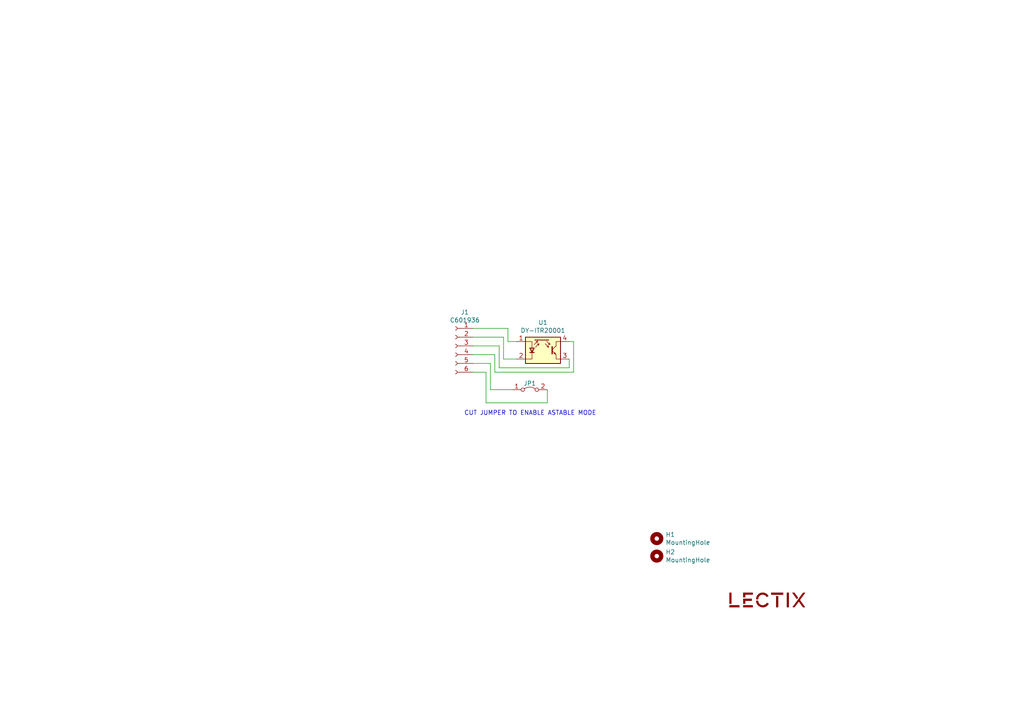
<source format=kicad_sch>
(kicad_sch (version 20211123) (generator eeschema)
  (paper "A4")
  (title_block (title "LEC009212 - capteur IR coudé") (date "2023-04-24") (rev "1.0") (company "LECTIX"))
  (lib_symbols
    (symbol "0_logos:logo_lectix_25mm" (pin_names (offset 1.016))
      (symbol "logo_lectix_25mm_0_0"
        (polyline (pts (xy -10.1092 2.0574) (xy -10.668 2.0574) (xy -10.668 -1.1176) (xy -10.1092 -1.1176) (xy -10.1092 2.0574)) (stroke (width 0.0254)) (fill (type outline)))
        (polyline (pts (xy -7.7978 -1.5748) (xy -10.668 -1.5748) (xy -10.668 -2.1336) (xy -7.7978 -2.1336) (xy -7.7978 -1.5748)) (stroke (width 0.0254)) (fill (type outline)))
        (polyline (pts (xy -3.937 -1.5748) (xy -6.6548 -1.5748) (xy -6.6548 -2.1336) (xy -3.937 -2.1336) (xy -3.937 -1.5748)) (stroke (width 0.0254)) (fill (type outline)))
        (polyline (pts (xy 3.429 1.0922) (xy 2.8702 1.0922) (xy 2.8702 -2.1082) (xy 3.429 -2.1082) (xy 3.429 1.0922)) (stroke (width 0.0254)) (fill (type outline)))
        (polyline (pts (xy 4.8768 2.0828) (xy 1.4478 2.0828) (xy 1.4478 1.524) (xy 4.8768 1.524) (xy 4.8768 2.0828)) (stroke (width 0.0254)) (fill (type outline)))
        (polyline (pts (xy 6.5278 2.0828) (xy 5.9944 2.0828) (xy 5.9944 -2.1082) (xy 6.5278 -2.1082) (xy 6.5278 2.0828)) (stroke (width 0.0254)) (fill (type outline)))
        (polyline (pts (xy -6.1214 -0.254) (xy -4.2164 -0.254) (xy -4.2164 0.3048) (xy -6.6548 0.3048) (xy -6.6548 -1.1176) (xy -6.1214 -1.1176) (xy -6.1214 -0.254)) (stroke (width 0.0254)) (fill (type outline)))
        (polyline (pts (xy -6.1214 1.5494) (xy -3.937 1.5494) (xy -3.937 2.0828) (xy -6.6802 2.0828) (xy -6.6802 0.762) (xy -6.1214 0.762) (xy -6.1214 1.5494)) (stroke (width 0.0254)) (fill (type outline)))
        (polyline (pts (xy 8.9916 0.381) (xy 9.017 0.4318) (xy 9.0424 0.4572) (xy 9.0678 0.508) (xy 9.0932 0.5334) (xy 9.1186 0.5842) (xy 9.144 0.6096) (xy 9.144 0.635) (xy 9.1694 0.635) (xy 9.1694 0.6604) (xy 9.1186 0.7112) (xy 9.0678 0.8128) (xy 9.017 0.8636) (xy 8.9916 0.9144) (xy 8.9408 0.9906) (xy 8.89 1.0414) (xy 8.8392 1.1176) (xy 8.763 1.1938) (xy 8.7122 1.2954) (xy 8.6614 1.3716) (xy 8.128 2.0828) (xy 7.5692 2.0828) (xy 7.5692 2.0574) (xy 7.5946 2.0574) (xy 7.5946 2.032) (xy 7.6454 1.9812) (xy 7.6708 1.9304) (xy 7.7216 1.8796) (xy 7.747 1.8034) (xy 7.7978 1.7526) (xy 7.8994 1.6002) (xy 7.9756 1.524) (xy 8.0264 1.4478) (xy 8.1026 1.3462) (xy 8.1534 1.2446) (xy 8.2296 1.1684) (xy 8.255 1.1176) (xy 8.3312 1.0414) (xy 8.382 0.9398) (xy 8.4582 0.8636) (xy 8.509 0.762) (xy 8.5598 0.6858) (xy 8.6868 0.5588) (xy 8.7122 0.4826) (xy 8.763 0.4318) (xy 8.7884 0.381) (xy 8.8392 0.3556) (xy 8.8646 0.3048) (xy 8.8646 0.2794) (xy 8.89 0.2794) (xy 8.9916 0.381)) (stroke (width 0.0254)) (fill (type outline)))
        (polyline (pts (xy -2.3622 0.2794) (xy -2.3368 0.381) (xy -2.3368 0.508) (xy -2.3114 0.6096) (xy -2.286 0.6858) (xy -2.2352 0.8128) (xy -2.1844 0.9144) (xy -2.032 1.1176) (xy -1.9304 1.1938) (xy -1.8542 1.2954) (xy -1.7526 1.3462) (xy -1.6256 1.4224) (xy -1.524 1.4732) (xy -1.397 1.524) (xy -1.27 1.5494) (xy -0.8636 1.5494) (xy -0.762 1.524) (xy -0.635 1.4986) (xy -0.5334 1.4478) (xy -0.4064 1.397) (xy -0.3048 1.3462) (xy -0.2032 1.27) (xy -0.0508 1.1176) (xy 0.0508 0.9652) (xy 0.1016 0.9144) (xy 0.1016 0.889) (xy 0.127 0.8636) (xy 0.1778 0.8636) (xy 0.2286 0.9144) (xy 0.2794 0.9398) (xy 0.3048 0.9652) (xy 0.4064 1.016) (xy 0.4318 1.0414) (xy 0.4826 1.0668) (xy 0.5334 1.1176) (xy 0.5588 1.1176) (xy 0.5842 1.143) (xy 0.5842 1.1684) (xy 0.5588 1.1938) (xy 0.5588 1.2192) (xy 0.5334 1.2192) (xy 0.4572 1.3462) (xy 0.3556 1.4478) (xy 0.254 1.5748) (xy 0.1524 1.6764) (xy -0.2286 1.905) (xy -0.5334 2.0066) (xy -0.6604 2.0574) (xy -0.8128 2.0828) (xy -1.27 2.0828) (xy -1.3208 2.0574) (xy -1.4478 2.032) (xy -1.6002 2.0066) (xy -1.7272 1.9558) (xy -1.8034 1.9304) (xy -1.9558 1.8542) (xy -2.0828 1.778) (xy -2.1844 1.7018) (xy -2.3114 1.6002) (xy -2.413 1.4986) (xy -2.5146 1.3716) (xy -2.5908 1.27) (xy -2.7432 1.016) (xy -2.794 0.8636) (xy -2.8448 0.7366) (xy -2.8702 0.5842) (xy -2.8956 0.4572) (xy -2.8956 0.3048) (xy -2.921 0.1778) (xy -2.3622 0.1778) (xy -2.3622 0.2794)) (stroke (width 0.0254)) (fill (type outline)))
        (polyline (pts (xy -0.8636 -2.1082) (xy -0.6604 -2.1082) (xy -0.6096 -2.0828) (xy -0.4826 -2.0574) (xy -0.1778 -1.9558) (xy 0.0762 -1.8034) (xy 0.2032 -1.7018) (xy 0.3048 -1.6002) (xy 0.4318 -1.4986) (xy 0.5334 -1.3716) (xy 0.6096 -1.2446) (xy 0.635 -1.1938) (xy 0.6858 -1.143) (xy 0.6604 -1.1176) (xy 0.635 -1.1176) (xy 0.6096 -1.0922) (xy 0.5842 -1.0922) (xy 0.5588 -1.0668) (xy 0.3556 -0.9652) (xy 0.3302 -0.9398) (xy 0.2794 -0.9398) (xy 0.254 -0.9144) (xy 0.2032 -0.889) (xy 0.1778 -0.889) (xy 0.1778 -0.8636) (xy 0.1524 -0.889) (xy 0.1524 -0.9144) (xy 0.127 -0.9652) (xy -0.0254 -1.1684) (xy -0.3302 -1.397) (xy -0.4318 -1.4478) (xy -0.6858 -1.5494) (xy -0.7874 -1.5748) (xy -0.8382 -1.5748) (xy -0.9144 -1.6002) (xy -1.1684 -1.6002) (xy -1.27 -1.5748) (xy -1.397 -1.5494) (xy -1.651 -1.4478) (xy -1.7526 -1.3716) (xy -1.8542 -1.3208) (xy -1.8542 -1.2954) (xy -1.9558 -1.2192) (xy -2.0574 -1.1176) (xy -2.1336 -1.016) (xy -2.1844 -0.9144) (xy -2.2606 -0.8128) (xy -2.286 -0.6858) (xy -2.3368 -0.5588) (xy -2.3622 -0.4572) (xy -2.3622 -0.254) (xy -2.921 -0.254) (xy -2.921 -0.4318) (xy -2.8956 -0.4572) (xy -2.8956 -0.6096) (xy -2.8448 -0.762) (xy -2.794 -0.889) (xy -2.7432 -1.0414) (xy -2.5908 -1.2954) (xy -2.3876 -1.5494) (xy -2.3368 -1.5748) (xy -2.286 -1.651) (xy -2.2098 -1.7018) (xy -2.159 -1.7526) (xy -2.0828 -1.8034) (xy -2.0574 -1.8034) (xy -1.8034 -1.9558) (xy -1.651 -2.0066) (xy -1.524 -2.0574) (xy -1.3716 -2.0828) (xy -1.2446 -2.1082) (xy -1.1938 -2.1082) (xy -1.1684 -2.1336) (xy -0.9144 -2.1336) (xy -0.8636 -2.1082)) (stroke (width 0.0254)) (fill (type outline)))
        (polyline (pts (xy 11.2014 -2.0574) (xy 11.1506 -2.0066) (xy 11.1252 -1.9558) (xy 11.0236 -1.8542) (xy 10.8204 -1.5494) (xy 10.7442 -1.4478) (xy 10.6934 -1.3716) (xy 10.4648 -1.0668) (xy 10.4394 -1.016) (xy 10.287 -0.8128) (xy 10.2362 -0.7366) (xy 10.16 -0.635) (xy 10.1092 -0.5588) (xy 10.033 -0.4826) (xy 9.8806 -0.254) (xy 9.8552 -0.2032) (xy 9.8044 -0.1524) (xy 9.779 -0.1016) (xy 9.7536 -0.0762) (xy 9.7536 -0.0508) (xy 9.7282 -0.0508) (xy 9.7282 -0.0254) (xy 9.779 0.0254) (xy 9.8044 0.0762) (xy 9.8298 0.1016) (xy 9.8806 0.1778) (xy 9.906 0.2286) (xy 9.9568 0.3048) (xy 10.033 0.381) (xy 10.1346 0.5334) (xy 10.2108 0.6096) (xy 10.2616 0.7112) (xy 10.4902 1.016) (xy 11.2522 2.0574) (xy 10.668 2.0574) (xy 10.668 2.032) (xy 10.6426 2.0066) (xy 10.5918 1.905) (xy 10.4902 1.8034) (xy 10.3886 1.651) (xy 10.3124 1.5748) (xy 10.2616 1.4732) (xy 10.033 1.1684) (xy 9.9314 1.0414) (xy 9.8552 0.9398) (xy 9.7536 0.8128) (xy 9.6774 0.6858) (xy 9.5758 0.5334) (xy 9.4742 0.4064) (xy 9.3726 0.254) (xy 9.271 0.127) (xy 9.1694 -0.0254) (xy 7.6454 -2.0828) (xy 8.2296 -2.0828) (xy 8.255 -2.0574) (xy 8.255 -2.032) (xy 8.3058 -1.9812) (xy 8.3312 -1.9304) (xy 8.382 -1.8796) (xy 8.4074 -1.8288) (xy 8.5598 -1.6002) (xy 8.636 -1.524) (xy 8.6868 -1.4478) (xy 8.763 -1.3462) (xy 8.8392 -1.27) (xy 8.89 -1.1938) (xy 8.9408 -1.0922) (xy 9.017 -1.016) (xy 9.2202 -0.7112) (xy 9.3218 -0.6096) (xy 9.3726 -0.508) (xy 9.4234 -0.4572) (xy 9.4234 -0.4318) (xy 9.4488 -0.4318) (xy 9.4488 -0.4572) (xy 9.525 -0.5334) (xy 9.5504 -0.5842) (xy 9.6012 -0.635) (xy 9.6266 -0.7112) (xy 9.6774 -0.762) (xy 9.779 -0.9144) (xy 9.8552 -0.9906) (xy 9.906 -1.0922) (xy 9.9822 -1.1684) (xy 10.033 -1.27) (xy 10.6426 -2.1082) (xy 11.2014 -2.1082) (xy 11.2014 -2.0574)) (stroke (width 0.0254)) (fill (type outline)))
      )
    )
    (symbol "0_sensors:DY-ITR20001" (pin_names (offset 0.0254) hide)
      (property "Reference" "U" (at -3.81 5.08 0))
      (property "Value" "0_sensors_DY-ITR20001" (at 6.35 -5.08 0))
      (symbol "DY-ITR20001_0_1"
        (polyline (pts (xy -3.81 -0.635) (xy -2.54 -0.635)) (stroke (width 0.254)))
        (polyline (pts (xy -2.286 2.921) (xy -2.032 3.175)))
        (polyline (pts (xy -1.778 2.921) (xy -1.524 3.175)))
        (polyline (pts (xy -1.524 2.667) (xy -1.651 2.159)))
        (polyline (pts (xy -1.27 2.921) (xy -1.016 3.175)))
        (polyline (pts (xy -1.143 1.905) (xy -1.27 1.397)))
        (polyline (pts (xy -0.762 2.921) (xy -0.508 3.175)))
        (polyline (pts (xy -0.254 2.921) (xy 0 3.175)))
        (polyline (pts (xy 0.254 2.921) (xy 0.508 3.175)))
        (polyline (pts (xy 0.762 2.921) (xy 1.016 3.175)))
        (polyline (pts (xy 1.27 2.921) (xy 1.524 3.175)))
        (polyline (pts (xy 1.651 0.889) (xy 1.143 1.016)))
        (polyline (pts (xy 1.778 2.921) (xy -2.413 2.921)))
        (polyline (pts (xy 2.032 1.651) (xy 1.524 1.778)))
        (polyline (pts (xy 2.667 -0.127) (xy 3.81 -1.27)))
        (polyline (pts (xy 2.667 0.127) (xy 3.81 1.27)))
        (polyline (pts (xy -2.54 1.651) (xy -1.524 2.667) (xy -2.032 2.54)))
        (polyline (pts (xy -2.159 0.889) (xy -1.143 1.905) (xy -1.651 1.778)))
        (polyline (pts (xy 0.635 1.905) (xy 1.651 0.889) (xy 1.524 1.397)))
        (polyline (pts (xy 1.016 2.667) (xy 2.032 1.651) (xy 1.905 2.159)))
        (polyline (pts (xy 2.667 1.016) (xy 2.667 -1.016) (xy 2.667 -1.016)) (stroke (width 0.3556)))
        (polyline (pts (xy 3.81 -1.27) (xy 3.81 -2.54) (xy 5.08 -2.54)))
        (polyline (pts (xy 3.81 1.27) (xy 3.81 2.54) (xy 5.08 2.54)))
        (polyline (pts (xy -5.08 -2.54) (xy -3.175 -2.54) (xy -3.175 2.54) (xy -5.08 2.54)))
        (polyline (pts (xy -3.175 -0.635) (xy -3.81 0.635) (xy -2.54 0.635) (xy -3.175 -0.635)) (stroke (width 0.254)))
        (polyline (pts (xy 3.683 -1.143) (xy 3.429 -0.635) (xy 3.175 -0.889) (xy 3.683 -1.143)))
        (polyline (pts (xy -5.08 -3.81) (xy 5.08 -3.81) (xy 5.08 3.81) (xy -5.08 3.81) (xy -5.08 -3.81)) (stroke (width 0.254)) (fill (type background)))
      )
      (symbol "DY-ITR20001_1_1"
        (pin passive line (at -7.62 2.54 0) (length 2.54) (name "A") (number "1"))
        (pin passive line (at -7.62 -2.54 0) (length 2.54) (name "K") (number "2"))
        (pin open_emitter line (at 7.62 -2.54 180) (length 2.54) (name "~") (number "3"))
        (pin open_collector line (at 7.62 2.54 180) (length 2.54) (name "~") (number "4"))
      )
    )
    (symbol "Connector:Conn_01x06_Female" (pin_names (offset 1.016) hide)
      (property "Reference" "J" (at 0 7.62 0))
      (property "Value" "Conn_01x06_Female" (at 0 -10.16 0))
      (symbol "Conn_01x06_Female_1_1"
        (arc (start 0 -7.112) (mid -0.508 -7.62) (end 0 -8.128) (stroke (width 0.1524)))
        (arc (start 0 -4.572) (mid -0.508 -5.08) (end 0 -5.588) (stroke (width 0.1524)))
        (arc (start 0 -2.032) (mid -0.508 -2.54) (end 0 -3.048) (stroke (width 0.1524)))
        (polyline (pts (xy -1.27 -7.62) (xy -0.508 -7.62)) (stroke (width 0.1524)))
        (polyline (pts (xy -1.27 -5.08) (xy -0.508 -5.08)) (stroke (width 0.1524)))
        (polyline (pts (xy -1.27 -2.54) (xy -0.508 -2.54)) (stroke (width 0.1524)))
        (polyline (pts (xy -1.27 0) (xy -0.508 0)) (stroke (width 0.1524)))
        (polyline (pts (xy -1.27 2.54) (xy -0.508 2.54)) (stroke (width 0.1524)))
        (polyline (pts (xy -1.27 5.08) (xy -0.508 5.08)) (stroke (width 0.1524)))
        (arc (start 0 0.508) (mid -0.508 0) (end 0 -0.508) (stroke (width 0.1524)))
        (arc (start 0 3.048) (mid -0.508 2.54) (end 0 2.032) (stroke (width 0.1524)))
        (arc (start 0 5.588) (mid -0.508 5.08) (end 0 4.572) (stroke (width 0.1524)))
        (pin passive line (at -5.08 5.08 0) (length 3.81) (name "Pin_1") (number "1"))
        (pin passive line (at -5.08 2.54 0) (length 3.81) (name "Pin_2") (number "2"))
        (pin passive line (at -5.08 0 0) (length 3.81) (name "Pin_3") (number "3"))
        (pin passive line (at -5.08 -2.54 0) (length 3.81) (name "Pin_4") (number "4"))
        (pin passive line (at -5.08 -5.08 0) (length 3.81) (name "Pin_5") (number "5"))
        (pin passive line (at -5.08 -7.62 0) (length 3.81) (name "Pin_6") (number "6"))
      )
    )
    (symbol "Jumper:Jumper_2_Bridged" (pin_names (offset 0) hide)
      (property "Reference" "JP" (at 0 1.905 0))
      (property "Value" "Jumper_2_Bridged" (at 0 -2.54 0))
      (symbol "Jumper_2_Bridged_0_0"
        (circle (center -2.032 0) (radius 0.508))
        (circle (center 2.032 0) (radius 0.508))
      )
      (symbol "Jumper_2_Bridged_0_1"
        (arc (start 1.524 0.254) (mid 0 0.762) (end -1.524 0.254))
      )
      (symbol "Jumper_2_Bridged_1_1"
        (pin passive line (at -5.08 0 0) (length 2.54) (name "A") (number "1"))
        (pin passive line (at 5.08 0 180) (length 2.54) (name "B") (number "2"))
      )
    )
    (symbol "Mechanical:MountingHole" (pin_names (offset 1.016))
      (property "Reference" "H" (at 0 5.08 0))
      (property "Value" "MountingHole" (at 0 3.175 0))
      (symbol "MountingHole_0_1"
        (circle (center 0 0) (radius 1.27) (stroke (width 1.27)))
      )
    )
  )
  (wire (pts (xy 137.16 100.33) (xy 144.78 100.33)))
  (wire (pts (xy 144.78 100.33) (xy 144.78 106.68)))
  (wire (pts (xy 137.16 95.25) (xy 147.32 95.25)))
  (wire (pts (xy 166.37 107.95) (xy 166.37 99.06)))
  (wire (pts (xy 158.75 116.84) (xy 140.97 116.84)))
  (wire (pts (xy 137.16 105.41) (xy 142.24 105.41)))
  (wire (pts (xy 146.05 104.14) (xy 149.86 104.14)))
  (wire (pts (xy 166.37 99.06) (xy 165.1 99.06)))
  (wire (pts (xy 143.51 107.95) (xy 166.37 107.95)))
  (wire (pts (xy 147.32 95.25) (xy 147.32 99.06)))
  (wire (pts (xy 143.51 102.87) (xy 143.51 107.95)))
  (wire (pts (xy 146.05 97.79) (xy 146.05 104.14)))
  (wire (pts (xy 142.24 105.41) (xy 142.24 113.03)))
  (wire (pts (xy 137.16 97.79) (xy 146.05 97.79)))
  (wire (pts (xy 158.75 113.03) (xy 158.75 116.84)))
  (wire (pts (xy 137.16 102.87) (xy 143.51 102.87)))
  (wire (pts (xy 147.32 99.06) (xy 149.86 99.06)))
  (wire (pts (xy 144.78 106.68) (xy 165.1 106.68)))
  (wire (pts (xy 140.97 107.95) (xy 137.16 107.95)))
  (wire (pts (xy 165.1 104.14) (xy 165.1 106.68)))
  (wire (pts (xy 142.24 113.03) (xy 148.59 113.03)))
  (wire (pts (xy 140.97 116.84) (xy 140.97 107.95)))
  (text "CUT JUMPER TO ENABLE ASTABLE MODE" (at 134.62 120.65 0) (effects (font (size 1.27 1.27)) (justify left bottom)))
  (symbol (lib_id "Mechanical:MountingHole") (at 190.5 156.21 0) (unit 1) (in_bom no)
    (property "Reference" "H1" (at 193.04 155.0416 0) (effects (justify left)))
    (property "Value" "MountingHole" (at 193.04 157.353 0) (effects (justify left)))
    (property "Footprint" "0_mechanical:MountingHole_3.2mm_M3" (effects hide))
    (property "LCSC" "DNP" (effects hide))
  )
  (symbol (lib_id "Mechanical:MountingHole") (at 190.5 161.29 0) (unit 1) (in_bom no)
    (property "Reference" "H2" (at 193.04 160.1216 0) (effects (justify left)))
    (property "Value" "MountingHole" (at 193.04 162.433 0) (effects (justify left)))
    (property "Footprint" "0_mechanical:MountingHole_3.2mm_M3" (effects hide))
    (property "LCSC" "DNP" (effects hide))
  )
  (symbol (lib_id "0_logos:logo_lectix_25mm") (at 222.25 173.99 0) (unit 1) (in_bom no)
    (property "Reference" "LOGO1" (effects hide))
    (property "Value" "logo_lectix_25mm" (effects hide))
    (property "Footprint" "0_logos:Logo_10mm" (effects hide))
    (property "LCSC" "DNP" (effects hide))
  )
  (symbol (lib_id "0_sensors:DY-ITR20001") (at 157.48 101.6 0) (unit 1)
    (property "Reference" "U1" (at 157.48 93.5482 0))
    (property "Value" "DY-ITR20001" (at 157.48 95.8596 0))
    (property "Footprint" "0_ITR:DY-ITR20001" (effects hide))
    (property "Datasheet" "https://datasheet.lcsc.com/szlcsc/1912111437_TONYU-DY-ITR20001_C459137.pdf" (effects hide))
    (property "LCSC" "C459137" (effects hide))
    (property "MPN" "DY-ITR20001" (effects hide))
  )
  (symbol (lib_id "Connector:Conn_01x06_Female") (at 132.08 100.33 0) (mirror y) (unit 1)
    (property "Reference" "J1" (at 134.8232 90.551 0))
    (property "Value" "C601936" (at 134.8232 92.8624 0))
    (property "Footprint" "Connector_IDC:IDC-Header_2x03_P2.54mm_Vertical" (effects hide))
    (property "LCSC" "C601936" (effects hide))
    (property "cable" "09180067001" (effects hide))
    (property "Cable connector" "C33344" (effects hide))
    (property "JLCPCB_CORRECTION" "1.27;2.54;270" (effects hide))
  )
  (symbol (lib_id "Jumper:Jumper_2_Bridged") (at 153.67 113.03 0) (unit 1) (in_bom no)
    (property "Reference" "JP1" (at 153.67 111.2035 0))
    (property "Value" "Jumper_2_Bridged" (effects hide))
    (property "Footprint" "Jumper:SolderJumper-2_P1.3mm_Bridged_RoundedPad1.0x1.5mm" (effects hide))
  )
)
</source>
